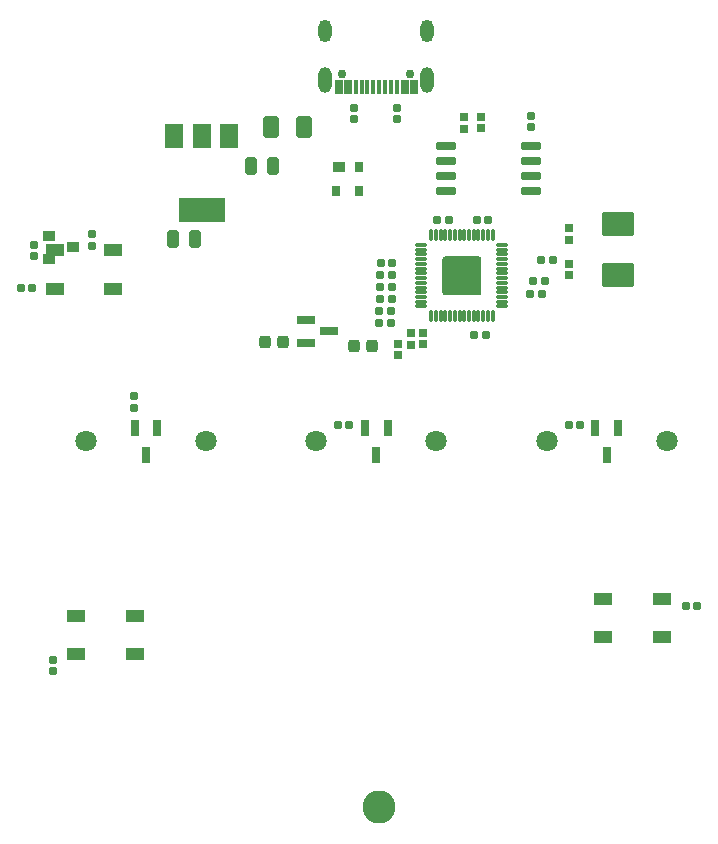
<source format=gbr>
G04 #@! TF.GenerationSoftware,KiCad,Pcbnew,(7.0.0-0)*
G04 #@! TF.CreationDate,2023-03-03T19:29:23-06:00*
G04 #@! TF.ProjectId,RP2040_minimal,52503230-3430-45f6-9d69-6e696d616c2e,REV1*
G04 #@! TF.SameCoordinates,Original*
G04 #@! TF.FileFunction,Soldermask,Bot*
G04 #@! TF.FilePolarity,Negative*
%FSLAX46Y46*%
G04 Gerber Fmt 4.6, Leading zero omitted, Abs format (unit mm)*
G04 Created by KiCad (PCBNEW (7.0.0-0)) date 2023-03-03 19:29:23*
%MOMM*%
%LPD*%
G01*
G04 APERTURE LIST*
G04 Aperture macros list*
%AMRoundRect*
0 Rectangle with rounded corners*
0 $1 Rounding radius*
0 $2 $3 $4 $5 $6 $7 $8 $9 X,Y pos of 4 corners*
0 Add a 4 corners polygon primitive as box body*
4,1,4,$2,$3,$4,$5,$6,$7,$8,$9,$2,$3,0*
0 Add four circle primitives for the rounded corners*
1,1,$1+$1,$2,$3*
1,1,$1+$1,$4,$5*
1,1,$1+$1,$6,$7*
1,1,$1+$1,$8,$9*
0 Add four rect primitives between the rounded corners*
20,1,$1+$1,$2,$3,$4,$5,0*
20,1,$1+$1,$4,$5,$6,$7,0*
20,1,$1+$1,$6,$7,$8,$9,0*
20,1,$1+$1,$8,$9,$2,$3,0*%
G04 Aperture macros list end*
%ADD10RoundRect,0.051000X-0.750000X-0.450000X0.750000X-0.450000X0.750000X0.450000X-0.750000X0.450000X0*%
%ADD11RoundRect,0.191000X0.140000X0.170000X-0.140000X0.170000X-0.140000X-0.170000X0.140000X-0.170000X0*%
%ADD12C,1.802000*%
%ADD13C,2.802000*%
%ADD14RoundRect,0.294750X0.243750X0.456250X-0.243750X0.456250X-0.243750X-0.456250X0.243750X-0.456250X0*%
%ADD15RoundRect,0.198500X0.147500X0.172500X-0.147500X0.172500X-0.147500X-0.172500X0.147500X-0.172500X0*%
%ADD16RoundRect,0.198500X-0.147500X-0.172500X0.147500X-0.172500X0.147500X0.172500X-0.147500X0.172500X0*%
%ADD17RoundRect,0.051000X-0.750000X1.000000X-0.750000X-1.000000X0.750000X-1.000000X0.750000X1.000000X0*%
%ADD18RoundRect,0.051000X-1.900000X1.000000X-1.900000X-1.000000X1.900000X-1.000000X1.900000X1.000000X0*%
%ADD19RoundRect,0.201000X0.650000X0.150000X-0.650000X0.150000X-0.650000X-0.150000X0.650000X-0.150000X0*%
%ADD20RoundRect,0.198500X-0.172500X0.147500X-0.172500X-0.147500X0.172500X-0.147500X0.172500X0.147500X0*%
%ADD21RoundRect,0.294750X-0.243750X-0.456250X0.243750X-0.456250X0.243750X0.456250X-0.243750X0.456250X0*%
%ADD22RoundRect,0.198500X0.172500X-0.147500X0.172500X0.147500X-0.172500X0.147500X-0.172500X-0.147500X0*%
%ADD23RoundRect,0.101000X-0.050000X0.387500X-0.050000X-0.387500X0.050000X-0.387500X0.050000X0.387500X0*%
%ADD24RoundRect,0.101000X-0.387500X0.050000X-0.387500X-0.050000X0.387500X-0.050000X0.387500X0.050000X0*%
%ADD25RoundRect,0.195000X-1.456000X1.456000X-1.456000X-1.456000X1.456000X-1.456000X1.456000X1.456000X0*%
%ADD26RoundRect,0.051000X-1.300000X0.950000X-1.300000X-0.950000X1.300000X-0.950000X1.300000X0.950000X0*%
%ADD27RoundRect,0.191000X-0.170000X0.140000X-0.170000X-0.140000X0.170000X-0.140000X0.170000X0.140000X0*%
%ADD28RoundRect,0.051000X0.750570X-0.449580X0.750570X0.449580X-0.750570X0.449580X-0.750570X-0.449580X0*%
%ADD29RoundRect,0.276000X-0.225000X-0.250000X0.225000X-0.250000X0.225000X0.250000X-0.225000X0.250000X0*%
%ADD30RoundRect,0.201000X-0.150000X0.512500X-0.150000X-0.512500X0.150000X-0.512500X0.150000X0.512500X0*%
%ADD31RoundRect,0.051000X-0.450000X-0.400000X0.450000X-0.400000X0.450000X0.400000X-0.450000X0.400000X0*%
%ADD32C,0.752000*%
%ADD33RoundRect,0.051000X-0.300000X-0.575000X0.300000X-0.575000X0.300000X0.575000X-0.300000X0.575000X0*%
%ADD34RoundRect,0.051000X-0.150000X-0.575000X0.150000X-0.575000X0.150000X0.575000X-0.150000X0.575000X0*%
%ADD35O,1.102000X1.902000*%
%ADD36O,1.102000X2.202000*%
%ADD37RoundRect,0.050000X-0.300000X-0.350000X0.300000X-0.350000X0.300000X0.350000X-0.300000X0.350000X0*%
%ADD38RoundRect,0.050000X-0.500000X-0.350000X0.500000X-0.350000X0.500000X0.350000X-0.500000X0.350000X0*%
%ADD39RoundRect,0.201000X-0.587500X-0.150000X0.587500X-0.150000X0.587500X0.150000X-0.587500X0.150000X0*%
%ADD40RoundRect,0.191000X-0.140000X-0.170000X0.140000X-0.170000X0.140000X0.170000X-0.140000X0.170000X0*%
%ADD41RoundRect,0.191000X0.170000X-0.140000X0.170000X0.140000X-0.170000X0.140000X-0.170000X-0.140000X0*%
%ADD42RoundRect,0.051000X-0.750570X0.449580X-0.750570X-0.449580X0.750570X-0.449580X0.750570X0.449580X0*%
%ADD43RoundRect,0.301000X0.375000X0.625000X-0.375000X0.625000X-0.375000X-0.625000X0.375000X-0.625000X0*%
G04 APERTURE END LIST*
D10*
X72820000Y-87080000D03*
X72820000Y-83780000D03*
X77720000Y-83780000D03*
X77720000Y-87080000D03*
D11*
X70880000Y-87040000D03*
X69920000Y-87040000D03*
D12*
X114420000Y-100000000D03*
X124580000Y-100000000D03*
X94920000Y-100000000D03*
X105080000Y-100000000D03*
X75420000Y-100000000D03*
X85580000Y-100000000D03*
D13*
X100270000Y-130980000D03*
D14*
X82762500Y-82890000D03*
X84637500Y-82890000D03*
D15*
X101207500Y-89970000D03*
X100237500Y-89970000D03*
X101207500Y-88970000D03*
X100237500Y-88970000D03*
D16*
X108277500Y-91017500D03*
X109247500Y-91017500D03*
D17*
X87510000Y-74130000D03*
D18*
X85210000Y-80430000D03*
D17*
X85210000Y-74130000D03*
X82910000Y-74130000D03*
D19*
X105890000Y-74995000D03*
X105890000Y-76265000D03*
X105890000Y-77535000D03*
X105890000Y-78805000D03*
X113090000Y-78805000D03*
X113090000Y-77535000D03*
X113090000Y-76265000D03*
X113090000Y-74995000D03*
D20*
X116325019Y-85908500D03*
X116325019Y-84938500D03*
D15*
X101322500Y-85937500D03*
X100352500Y-85937500D03*
D16*
X105155000Y-81250000D03*
X106125000Y-81250000D03*
X113272500Y-86383500D03*
X114242500Y-86383500D03*
X100351624Y-86955000D03*
X101321624Y-86955000D03*
X113032500Y-87490000D03*
X114002500Y-87490000D03*
D21*
X91257500Y-76670000D03*
X89382500Y-76670000D03*
D16*
X108505000Y-81220000D03*
X109475000Y-81220000D03*
D22*
X108880000Y-72525000D03*
X108880000Y-73495000D03*
D23*
X104647500Y-82530000D03*
X105047500Y-82530000D03*
X105447500Y-82530000D03*
X105847500Y-82530000D03*
X106247500Y-82530000D03*
X106647500Y-82530000D03*
X107047500Y-82530000D03*
X107447500Y-82530000D03*
X107847500Y-82530000D03*
X108247500Y-82530000D03*
X108647500Y-82530000D03*
X109047500Y-82530000D03*
X109447500Y-82530000D03*
X109847500Y-82530000D03*
D24*
X110685000Y-83367500D03*
X110685000Y-83767500D03*
X110685000Y-84167500D03*
X110685000Y-84567500D03*
X110685000Y-84967500D03*
X110685000Y-85367500D03*
X110685000Y-85767500D03*
X110685000Y-86167500D03*
X110685000Y-86567500D03*
X110685000Y-86967500D03*
X110685000Y-87367500D03*
X110685000Y-87767500D03*
X110685000Y-88167500D03*
X110685000Y-88567500D03*
D23*
X109847500Y-89405000D03*
X109447500Y-89405000D03*
X109047500Y-89405000D03*
X108647500Y-89405000D03*
X108247500Y-89405000D03*
X107847500Y-89405000D03*
X107447500Y-89405000D03*
X107047500Y-89405000D03*
X106647500Y-89405000D03*
X106247500Y-89405000D03*
X105847500Y-89405000D03*
X105447500Y-89405000D03*
X105047500Y-89405000D03*
X104647500Y-89405000D03*
D24*
X103810000Y-88567500D03*
X103810000Y-88167500D03*
X103810000Y-87767500D03*
X103810000Y-87367500D03*
X103810000Y-86967500D03*
X103810000Y-86567500D03*
X103810000Y-86167500D03*
X103810000Y-85767500D03*
X103810000Y-85367500D03*
X103810000Y-84967500D03*
X103810000Y-84567500D03*
X103810000Y-84167500D03*
X103810000Y-83767500D03*
X103810000Y-83367500D03*
D25*
X107247500Y-85967500D03*
D22*
X116325019Y-81968500D03*
X116325019Y-82938500D03*
D16*
X100351624Y-87955000D03*
X101321624Y-87955000D03*
D15*
X101332500Y-84857500D03*
X100362500Y-84857500D03*
D22*
X107460000Y-72545000D03*
X107460000Y-73515000D03*
D16*
X114925019Y-84638500D03*
X113955019Y-84638500D03*
D26*
X120441019Y-85929500D03*
X120441019Y-81629500D03*
D27*
X79480000Y-96190000D03*
X79480000Y-97150000D03*
X72589360Y-118469800D03*
X72589360Y-119429800D03*
D28*
X124174680Y-113339800D03*
X124174680Y-116540200D03*
X119175960Y-116540200D03*
X119175960Y-113339800D03*
D29*
X98092500Y-91881000D03*
X99642500Y-91881000D03*
D30*
X118550000Y-98862500D03*
X120450000Y-98862500D03*
X119500000Y-101137500D03*
D31*
X74280000Y-83580000D03*
X72280000Y-82630000D03*
X72280000Y-84530000D03*
D32*
X97110000Y-68915000D03*
X102890000Y-68915000D03*
D33*
X96800000Y-69990000D03*
X97600000Y-69990000D03*
D34*
X98750000Y-69990000D03*
X99750000Y-69990000D03*
X100250000Y-69990000D03*
X101250000Y-69990000D03*
D33*
X102400000Y-69990000D03*
X103200000Y-69990000D03*
X103200000Y-69990000D03*
X102400000Y-69990000D03*
D34*
X101750000Y-69990000D03*
X100750000Y-69990000D03*
X99250000Y-69990000D03*
X98250000Y-69990000D03*
D33*
X97600000Y-69990000D03*
X96800000Y-69990000D03*
D35*
X95679999Y-65234999D03*
D36*
X95679999Y-69414999D03*
D35*
X104319999Y-65234999D03*
D36*
X104319999Y-69414999D03*
D29*
X90562500Y-91541000D03*
X92112500Y-91541000D03*
D37*
X96610000Y-78795000D03*
X98510000Y-78795000D03*
X98510000Y-76795000D03*
D38*
X96810000Y-76795000D03*
D30*
X99050000Y-98862500D03*
X100950000Y-98862500D03*
X100000000Y-101137500D03*
D39*
X94090000Y-91625000D03*
X94090000Y-89725000D03*
X95965000Y-90675000D03*
D27*
X98080000Y-71740000D03*
X98080000Y-72700000D03*
X75910000Y-83420000D03*
X75910000Y-82460000D03*
D20*
X101820000Y-91725000D03*
X101820000Y-92695000D03*
D30*
X79550000Y-98862500D03*
X81450000Y-98862500D03*
X80500000Y-101137500D03*
D20*
X103970000Y-90815000D03*
X103970000Y-91785000D03*
X102910000Y-90825000D03*
X102910000Y-91795000D03*
D40*
X126229320Y-113920000D03*
X127189320Y-113920000D03*
X96760000Y-98580000D03*
X97720000Y-98580000D03*
D27*
X101740000Y-71760000D03*
X101740000Y-72720000D03*
D40*
X116280000Y-98580000D03*
X117240000Y-98580000D03*
D41*
X70980000Y-83350000D03*
X70980000Y-84310000D03*
D42*
X74540000Y-118020000D03*
X74540000Y-114819600D03*
X79538720Y-114819600D03*
X79538720Y-118020000D03*
D27*
X113130000Y-73420000D03*
X113130000Y-72460000D03*
D43*
X91080000Y-73400000D03*
X93880000Y-73400000D03*
M02*

</source>
